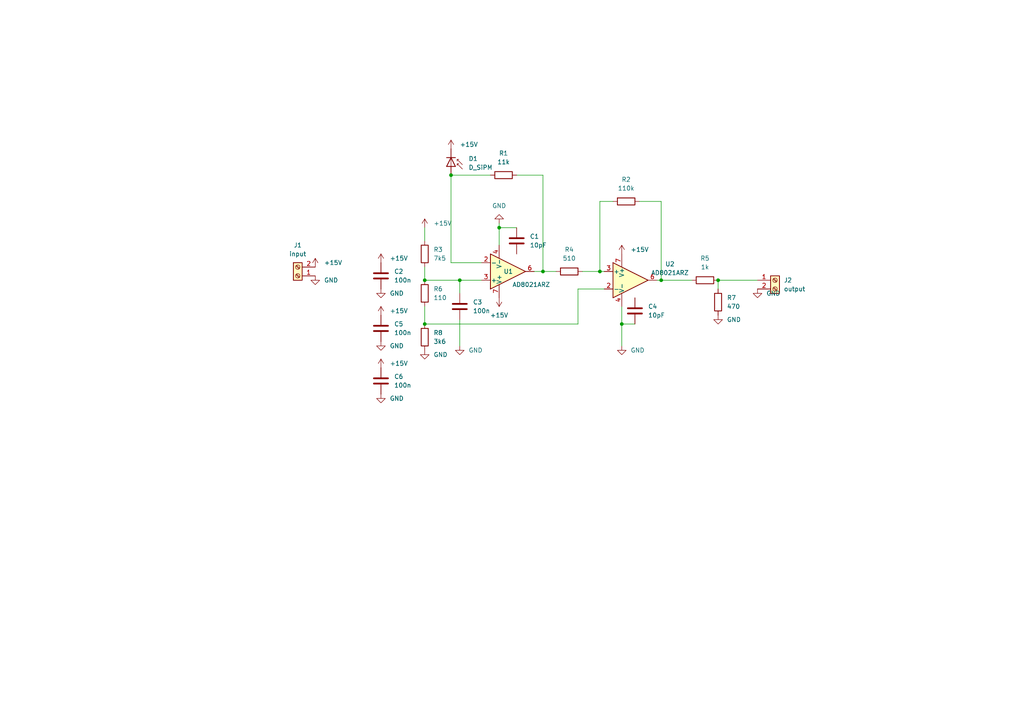
<source format=kicad_sch>
(kicad_sch (version 20211123) (generator eeschema)
  (paper "A4")
  (lib_symbols
    (symbol "Amplifier_Operational:AD8001AR" (pin_names (offset 0.127))
      (property "Reference" "U" (at 0 6.35 0))
      (property "Value" "AD8001AR" (at 0 3.81 0))
      (symbol "AD8001AR_0_1"
        (polyline (pts (xy -5.08 5.08) (xy 5.08 0) (xy -5.08 -5.08) (xy -5.08 5.08)) (stroke (width 0.254)) (fill (type background)))
      )
      (symbol "AD8001AR_1_1"
        (pin no_connect line (at -2.54 2.54 270) (length 2.54) hide (name "NC") (number "1"))
        (pin input line (at -7.62 -2.54 0) (length 2.54) (name "-") (number "2"))
        (pin input line (at -7.62 2.54 0) (length 2.54) (name "+") (number "3"))
        (pin power_in line (at -2.54 -7.62 90) (length 3.81) (name "V-") (number "4"))
        (pin no_connect line (at 0 2.54 270) (length 2.54) hide (name "NC") (number "5"))
        (pin output line (at 7.62 0 180) (length 2.54) (name "~") (number "6"))
        (pin power_in line (at -2.54 7.62 270) (length 3.81) (name "V+") (number "7"))
        (pin no_connect line (at 0 -2.54 90) (length 2.54) hide (name "NC") (number "8"))
      )
    )
    (symbol "Connector:Screw_Terminal_01x02" (pin_names (offset 1.016) hide)
      (property "Reference" "J" (at 0 2.54 0))
      (property "Value" "Screw_Terminal_01x02" (at 0 -5.08 0))
      (symbol "Screw_Terminal_01x02_1_1"
        (rectangle (start -1.27 1.27) (end 1.27 -3.81) (stroke (width 0.254)) (fill (type background)))
        (circle (center 0 -2.54) (radius 0.635) (stroke (width 0.1524)))
        (polyline (pts (xy -0.5334 -2.2098) (xy 0.3302 -3.048)) (stroke (width 0.1524)))
        (polyline (pts (xy -0.5334 0.3302) (xy 0.3302 -0.508)) (stroke (width 0.1524)))
        (polyline (pts (xy -0.3556 -2.032) (xy 0.508 -2.8702)) (stroke (width 0.1524)))
        (polyline (pts (xy -0.3556 0.508) (xy 0.508 -0.3302)) (stroke (width 0.1524)))
        (circle (center 0 0) (radius 0.635) (stroke (width 0.1524)))
        (pin passive line (at -5.08 0 0) (length 3.81) (name "Pin_1") (number "1"))
        (pin passive line (at -5.08 -2.54 0) (length 3.81) (name "Pin_2") (number "2"))
      )
    )
    (symbol "Device:C" (pin_numbers hide) (pin_names (offset 0.254))
      (property "Reference" "C" (at 0.635 2.54 0))
      (property "Value" "C" (at 0.635 -2.54 0))
      (symbol "C_0_1"
        (polyline (pts (xy -2.032 -0.762) (xy 2.032 -0.762)) (stroke (width 0.508)))
        (polyline (pts (xy -2.032 0.762) (xy 2.032 0.762)) (stroke (width 0.508)))
      )
      (symbol "C_1_1"
        (pin passive line (at 0 3.81 270) (length 2.794) (name "~") (number "1"))
        (pin passive line (at 0 -3.81 90) (length 2.794) (name "~") (number "2"))
      )
    )
    (symbol "Device:D_SiPM" (pin_numbers hide) (pin_names hide)
      (property "Reference" "D" (at 1.778 1.778 0))
      (property "Value" "D_SiPM" (at 0.254 -2.794 0))
      (symbol "D_SiPM_0_1"
        (polyline (pts (xy -1.27 0) (xy 1.27 0)))
        (polyline (pts (xy -1.27 1.27) (xy -1.27 -1.27)) (stroke (width 0.254)))
        (polyline (pts (xy -0.762 1.778) (xy -0.254 1.778)))
        (polyline (pts (xy 1.27 1.27) (xy 1.27 -1.27)) (stroke (width 0.254)))
        (polyline (pts (xy 0.762 3.302) (xy -0.762 1.778) (xy -0.762 2.286)))
        (polyline (pts (xy 1.27 1.27) (xy -1.27 0) (xy 1.27 -1.27)) (stroke (width 0.254)))
        (polyline (pts (xy 2.032 3.302) (xy 0.508 1.778) (xy 0.508 2.286) (xy 0.508 1.778) (xy 1.016 1.778)))
      )
      (symbol "D_SiPM_1_1"
        (pin passive line (at -3.81 0 0) (length 2.54) (name "K") (number "1"))
        (pin passive line (at 3.81 0 180) (length 2.54) (name "A") (number "2"))
      )
    )
    (symbol "Device:R" (pin_numbers hide) (pin_names (offset 0))
      (property "Reference" "R" (at 2.032 0 90))
      (property "Value" "R" (at 0 0 90))
      (symbol "R_0_1"
        (rectangle (start -1.016 -2.54) (end 1.016 2.54) (stroke (width 0.254)))
      )
      (symbol "R_1_1"
        (pin passive line (at 0 3.81 270) (length 1.27) (name "~") (number "1"))
        (pin passive line (at 0 -3.81 90) (length 1.27) (name "~") (number "2"))
      )
    )
    (symbol "power:+15V" (power) (pin_names (offset 0))
      (property "Value" "+15V" (at 0 3.556 0))
      (symbol "+15V_0_1"
        (polyline (pts (xy -0.762 1.27) (xy 0 2.54)))
        (polyline (pts (xy 0 0) (xy 0 2.54)))
        (polyline (pts (xy 0 2.54) (xy 0.762 1.27)))
      )
      (symbol "+15V_1_1"
        (pin power_in line (at 0 0 90) (length 0) hide (name "+15V") (number "1"))
      )
    )
    (symbol "power:GND" (power) (pin_names (offset 0))
      (property "Value" "GND" (at 0 -3.81 0))
      (symbol "GND_0_1"
        (polyline (pts (xy 0 0) (xy 0 -1.27) (xy 1.27 -1.27) (xy 0 -2.54) (xy -1.27 -1.27) (xy 0 -1.27)))
      )
      (symbol "GND_1_1"
        (pin power_in line (at 0 0 270) (length 0) hide (name "GND") (number "1"))
      )
    )
  )
  (junction (at 157.48 78.74))
  (junction (at 180.34 93.98))
  (junction (at 123.19 81.28))
  (junction (at 208.28 81.28))
  (junction (at 144.78 66.04))
  (junction (at 130.81 50.8))
  (junction (at 173.99 78.74))
  (junction (at 133.35 81.28))
  (junction (at 191.77 81.28))
  (junction (at 123.19 93.98))
  (wire (pts (xy 208.28 83.82) (xy 208.28 81.28)))
  (wire (pts (xy 144.78 64.77) (xy 144.78 66.04)))
  (wire (pts (xy 161.29 78.74) (xy 157.48 78.74)))
  (wire (pts (xy 144.78 66.04) (xy 149.86 66.04)))
  (wire (pts (xy 144.78 66.04) (xy 144.78 71.12)))
  (wire (pts (xy 130.81 50.8) (xy 130.81 76.2)))
  (wire (pts (xy 180.34 100.33) (xy 180.34 93.98)))
  (wire (pts (xy 133.35 85.09) (xy 133.35 81.28)))
  (wire (pts (xy 123.19 81.28) (xy 133.35 81.28)))
  (wire (pts (xy 130.81 76.2) (xy 139.7 76.2)))
  (wire (pts (xy 167.64 93.98) (xy 167.64 83.82)))
  (wire (pts (xy 191.77 81.28) (xy 190.5 81.28)))
  (wire (pts (xy 123.19 93.98) (xy 167.64 93.98)))
  (wire (pts (xy 173.99 78.74) (xy 175.26 78.74)))
  (wire (pts (xy 173.99 58.42) (xy 173.99 78.74)))
  (wire (pts (xy 123.19 66.04) (xy 123.19 69.85)))
  (wire (pts (xy 133.35 100.33) (xy 133.35 92.71)))
  (wire (pts (xy 180.34 93.98) (xy 184.15 93.98)))
  (wire (pts (xy 168.91 78.74) (xy 173.99 78.74)))
  (wire (pts (xy 123.19 88.9) (xy 123.19 93.98)))
  (wire (pts (xy 157.48 78.74) (xy 154.94 78.74)))
  (wire (pts (xy 191.77 58.42) (xy 191.77 81.28)))
  (wire (pts (xy 157.48 50.8) (xy 149.86 50.8)))
  (wire (pts (xy 142.24 50.8) (xy 130.81 50.8)))
  (wire (pts (xy 167.64 83.82) (xy 175.26 83.82)))
  (wire (pts (xy 157.48 78.74) (xy 157.48 50.8)))
  (wire (pts (xy 200.66 81.28) (xy 191.77 81.28)))
  (wire (pts (xy 185.42 58.42) (xy 191.77 58.42)))
  (wire (pts (xy 208.28 81.28) (xy 219.71 81.28)))
  (wire (pts (xy 123.19 81.28) (xy 123.19 77.47)))
  (wire (pts (xy 139.7 81.28) (xy 133.35 81.28)))
  (wire (pts (xy 180.34 93.98) (xy 180.34 88.9)))
  (wire (pts (xy 177.8 58.42) (xy 173.99 58.42)))
  (symbol (lib_id "power:GND") (at 110.49 114.3 0) (unit 1)
    (property "Reference" "#PWR018" (effects hide))
    (property "Value" "GND" (at 113.03 115.5699 0) (effects (justify left)))
  )
  (symbol (lib_id "Device:R") (at 123.19 73.66 180) (unit 1)
    (property "Reference" "R3" (at 125.73 72.3899 0) (effects (justify right)))
    (property "Value" "7k5" (at 125.73 74.9299 0) (effects (justify right)))
    (property "Footprint" "Resistor_SMD:R_1206_3216Metric_Pad1.30x1.75mm_HandSolder" (effects hide))
  )
  (symbol (lib_id "power:+15V") (at 110.49 76.2 0) (unit 1)
    (property "Reference" "#PWR05" (effects hide))
    (property "Value" "+15V" (at 113.03 74.9299 0) (effects (justify left)))
  )
  (symbol (lib_id "power:+15V") (at 123.19 66.04 0) (unit 1)
    (property "Reference" "#PWR03" (effects hide))
    (property "Value" "+15V" (at 125.73 64.7699 0) (effects (justify left)))
  )
  (symbol (lib_id "Device:R") (at 165.1 78.74 270) (unit 1)
    (property "Reference" "R4" (at 165.1 72.39 90))
    (property "Value" "510" (at 165.1 74.93 90))
    (property "Footprint" "Resistor_SMD:R_1206_3216Metric_Pad1.30x1.75mm_HandSolder" (effects hide))
  )
  (symbol (lib_id "Device:C") (at 110.49 95.25 0) (unit 1)
    (property "Reference" "C5" (at 114.3 93.9799 0) (effects (justify left)))
    (property "Value" "100n" (at 114.3 96.5199 0) (effects (justify left)))
    (property "Footprint" "Capacitor_SMD:C_1210_3225Metric_Pad1.33x2.70mm_HandSolder" (effects hide))
  )
  (symbol (lib_id "Device:C") (at 133.35 88.9 0) (unit 1)
    (property "Reference" "C3" (at 137.16 87.6299 0) (effects (justify left)))
    (property "Value" "100n" (at 137.16 90.1699 0) (effects (justify left)))
    (property "Footprint" "Capacitor_SMD:C_1210_3225Metric_Pad1.33x2.70mm_HandSolder" (effects hide))
  )
  (symbol (lib_id "power:+15V") (at 180.34 73.66 0) (unit 1)
    (property "Reference" "#PWR04" (effects hide))
    (property "Value" "+15V" (at 182.88 72.3899 0) (effects (justify left)))
  )
  (symbol (lib_id "power:GND") (at 110.49 99.06 0) (unit 1)
    (property "Reference" "#PWR013" (effects hide))
    (property "Value" "GND" (at 113.03 100.3299 0) (effects (justify left)))
  )
  (symbol (lib_id "power:+15V") (at 144.78 86.36 180) (unit 1)
    (property "Reference" "#PWR010" (effects hide))
    (property "Value" "+15V" (at 144.78 91.44 0))
  )
  (symbol (lib_id "Amplifier_Operational:AD8001AR") (at 182.88 81.28 0) (unit 1)
    (property "Reference" "U2" (at 194.31 76.581 0))
    (property "Value" "AD8021ARZ" (at 194.31 79.121 0))
    (property "Footprint" "Package_SO:SOIC-8_3.9x4.9mm_P1.27mm" (effects hide))
    (property "Datasheet" "https://www.analog.com/media/en/technical-documentation/data-sheets/ad8001.pdf" (effects hide))
  )
  (symbol (lib_id "power:+15V") (at 110.49 91.44 0) (unit 1)
    (property "Reference" "#PWR011" (effects hide))
    (property "Value" "+15V" (at 113.03 90.1699 0) (effects (justify left)))
  )
  (symbol (lib_id "power:+15V") (at 91.44 77.47 0) (unit 1)
    (property "Reference" "#PWR06" (effects hide))
    (property "Value" "+15V" (at 93.98 76.1999 0) (effects (justify left)))
  )
  (symbol (lib_id "power:+15V") (at 130.81 43.18 0) (unit 1)
    (property "Reference" "#PWR01" (effects hide))
    (property "Value" "+15V" (at 133.35 41.9099 0) (effects (justify left)))
  )
  (symbol (lib_id "Device:C") (at 184.15 90.17 0) (unit 1)
    (property "Reference" "C4" (at 187.96 88.8999 0) (effects (justify left)))
    (property "Value" "10pF" (at 187.96 91.4399 0) (effects (justify left)))
    (property "Footprint" "Capacitor_SMD:C_0805_2012Metric_Pad1.18x1.45mm_HandSolder" (effects hide))
  )
  (symbol (lib_id "Connector:Screw_Terminal_01x02") (at 224.79 81.28 0) (unit 1)
    (property "Reference" "J2" (at 227.33 81.2799 0) (effects (justify left)))
    (property "Value" "output" (at 227.33 83.8199 0) (effects (justify left)))
    (property "Footprint" "Connector_PinHeader_2.54mm:PinHeader_1x02_P2.54mm_Vertical" (effects hide))
  )
  (symbol (lib_id "power:GND") (at 110.49 83.82 0) (unit 1)
    (property "Reference" "#PWR08" (effects hide))
    (property "Value" "GND" (at 113.03 85.0899 0) (effects (justify left)))
  )
  (symbol (lib_id "Device:R") (at 123.19 85.09 180) (unit 1)
    (property "Reference" "R6" (at 125.73 83.8199 0) (effects (justify right)))
    (property "Value" "110" (at 125.73 86.3599 0) (effects (justify right)))
    (property "Footprint" "Resistor_SMD:R_1206_3216Metric_Pad1.30x1.75mm_HandSolder" (effects hide))
  )
  (symbol (lib_id "Connector:Screw_Terminal_01x02") (at 86.36 80.01 180) (unit 1)
    (property "Reference" "J1" (at 86.36 71.12 0))
    (property "Value" "input" (at 86.36 73.66 0))
    (property "Footprint" "Connector_PinHeader_2.54mm:PinHeader_1x02_P2.54mm_Vertical" (effects hide))
  )
  (symbol (lib_id "power:+15V") (at 110.49 106.68 0) (unit 1)
    (property "Reference" "#PWR017" (effects hide))
    (property "Value" "+15V" (at 113.03 105.4099 0) (effects (justify left)))
  )
  (symbol (lib_id "Device:R") (at 146.05 50.8 90) (unit 1)
    (property "Reference" "R1" (at 146.05 44.45 90))
    (property "Value" "11k" (at 146.05 46.99 90))
    (property "Footprint" "Resistor_SMD:R_1206_3216Metric_Pad1.30x1.75mm_HandSolder" (effects hide))
  )
  (symbol (lib_id "power:GND") (at 133.35 100.33 0) (unit 1)
    (property "Reference" "#PWR014" (effects hide))
    (property "Value" "GND" (at 135.89 101.5999 0) (effects (justify left)))
  )
  (symbol (lib_id "Device:R") (at 123.19 97.79 180) (unit 1)
    (property "Reference" "R8" (at 125.73 96.5199 0) (effects (justify right)))
    (property "Value" "3k6" (at 125.73 99.0599 0) (effects (justify right)))
    (property "Footprint" "Resistor_SMD:R_1206_3216Metric_Pad1.30x1.75mm_HandSolder" (effects hide))
  )
  (symbol (lib_id "power:GND") (at 180.34 100.33 0) (unit 1)
    (property "Reference" "#PWR015" (effects hide))
    (property "Value" "GND" (at 182.88 101.5999 0) (effects (justify left)))
  )
  (symbol (lib_id "Device:C") (at 149.86 69.85 0) (unit 1)
    (property "Reference" "C1" (at 153.67 68.5799 0) (effects (justify left)))
    (property "Value" "10pF" (at 153.67 71.1199 0) (effects (justify left)))
    (property "Footprint" "Capacitor_SMD:C_0805_2012Metric_Pad1.18x1.45mm_HandSolder" (effects hide))
  )
  (symbol (lib_id "Device:C") (at 110.49 80.01 0) (unit 1)
    (property "Reference" "C2" (at 114.3 78.7399 0) (effects (justify left)))
    (property "Value" "100n" (at 114.3 81.2799 0) (effects (justify left)))
    (property "Footprint" "Capacitor_SMD:C_1210_3225Metric_Pad1.33x2.70mm_HandSolder" (effects hide))
  )
  (symbol (lib_id "Device:C") (at 110.49 110.49 0) (unit 1)
    (property "Reference" "C6" (at 114.3 109.2199 0) (effects (justify left)))
    (property "Value" "100n" (at 114.3 111.7599 0) (effects (justify left)))
    (property "Footprint" "Capacitor_SMD:C_1210_3225Metric_Pad1.33x2.70mm_HandSolder" (effects hide))
  )
  (symbol (lib_id "power:GND") (at 219.71 83.82 0) (unit 1)
    (property "Reference" "#PWR09" (effects hide))
    (property "Value" "GND" (at 222.25 85.0899 0) (effects (justify left)))
  )
  (symbol (lib_id "Device:R") (at 204.47 81.28 270) (unit 1)
    (property "Reference" "R5" (at 204.47 74.93 90))
    (property "Value" "1k" (at 204.47 77.47 90))
    (property "Footprint" "Resistor_SMD:R_1206_3216Metric_Pad1.30x1.75mm_HandSolder" (effects hide))
  )
  (symbol (lib_id "power:GND") (at 208.28 91.44 0) (unit 1)
    (property "Reference" "#PWR012" (effects hide))
    (property "Value" "GND" (at 210.82 92.7099 0) (effects (justify left)))
  )
  (symbol (lib_id "power:GND") (at 144.78 64.77 180) (unit 1)
    (property "Reference" "#PWR02" (effects hide))
    (property "Value" "GND" (at 144.78 59.69 0))
  )
  (symbol (lib_id "Device:R") (at 181.61 58.42 90) (unit 1)
    (property "Reference" "R2" (at 181.61 52.07 90))
    (property "Value" "110k" (at 181.61 54.61 90))
    (property "Footprint" "Resistor_SMD:R_1206_3216Metric_Pad1.30x1.75mm_HandSolder" (effects hide))
  )
  (symbol (lib_id "Device:D_SiPM") (at 130.81 46.99 270) (unit 1)
    (property "Reference" "D1" (at 135.89 46.0374 90) (effects (justify left)))
    (property "Value" "D_SiPM" (at 135.89 48.5774 90) (effects (justify left)))
    (property "Footprint" "LED_THT:LED_D1.8mm_W3.3mm_H2.4mm" (effects hide))
  )
  (symbol (lib_id "power:GND") (at 91.44 80.01 0) (unit 1)
    (property "Reference" "#PWR07" (effects hide))
    (property "Value" "GND" (at 93.98 81.2799 0) (effects (justify left)))
  )
  (symbol (lib_id "Amplifier_Operational:AD8001AR") (at 147.32 78.74 0) (mirror x) (unit 1)
    (property "Reference" "U1" (at 146.05 78.74 0) (effects (justify left)))
    (property "Value" "AD8021ARZ" (at 148.59 82.55 0) (effects (justify left)))
    (property "Footprint" "Package_SO:SOIC-8_3.9x4.9mm_P1.27mm" (effects hide))
    (property "Datasheet" "https://www.analog.com/media/en/technical-documentation/data-sheets/ad8001.pdf" (effects hide))
  )
  (symbol (lib_id "power:GND") (at 123.19 101.6 0) (unit 1)
    (property "Reference" "#PWR016" (effects hide))
    (property "Value" "GND" (at 125.73 102.8699 0) (effects (justify left)))
  )
  (symbol (lib_id "Device:R") (at 208.28 87.63 0) (unit 1)
    (property "Reference" "R7" (at 210.82 86.3599 0) (effects (justify left)))
    (property "Value" "470" (at 210.82 88.8999 0) (effects (justify left)))
    (property "Footprint" "Resistor_SMD:R_1206_3216Metric_Pad1.30x1.75mm_HandSolder" (effects hide))
  )
)
</source>
